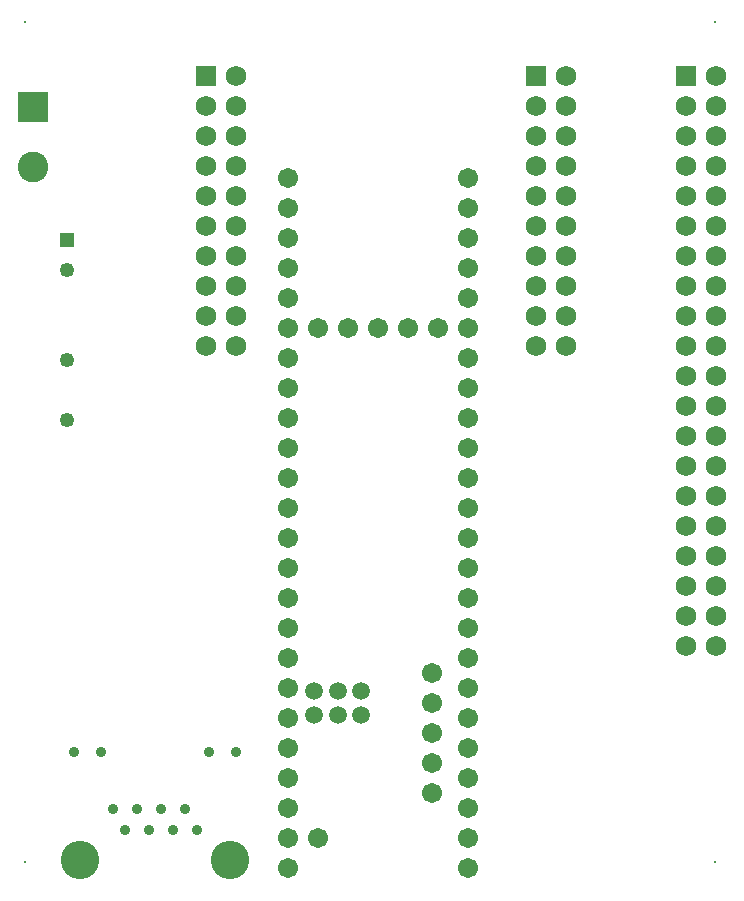
<source format=gbs>
G04*
G04 #@! TF.GenerationSoftware,Altium Limited,Altium Designer,22.10.1 (41)*
G04*
G04 Layer_Color=16711935*
%FSLAX44Y44*%
%MOMM*%
G71*
G04*
G04 #@! TF.SameCoordinates,ED3CD574-296F-4DA1-8CEE-BF2CD4CAFD89*
G04*
G04*
G04 #@! TF.FilePolarity,Negative*
G04*
G01*
G75*
%ADD48C,2.6032*%
%ADD49R,2.6032X2.6032*%
%ADD50C,1.2500*%
%ADD51R,1.2500X1.2500*%
%ADD52C,0.2032*%
%ADD53C,1.7532*%
%ADD54R,1.7532X1.7532*%
%ADD55C,1.5032*%
%ADD56C,1.7032*%
%ADD57C,3.2512*%
%ADD58C,0.9000*%
D48*
X32000Y613600D02*
D03*
D49*
Y664400D02*
D03*
D50*
X60957Y399453D02*
D03*
Y450253D02*
D03*
Y526453D02*
D03*
D51*
Y551853D02*
D03*
D52*
X609600Y736600D02*
D03*
X25400Y25400D02*
D03*
X609600D02*
D03*
X25400Y736600D02*
D03*
D53*
X483000Y690800D02*
D03*
Y665400D02*
D03*
Y640000D02*
D03*
Y614600D02*
D03*
Y589200D02*
D03*
Y563800D02*
D03*
Y538400D02*
D03*
Y513000D02*
D03*
Y487600D02*
D03*
Y462200D02*
D03*
X457600Y665400D02*
D03*
Y640000D02*
D03*
Y614600D02*
D03*
Y589200D02*
D03*
Y563800D02*
D03*
Y538400D02*
D03*
Y513000D02*
D03*
Y487600D02*
D03*
Y462200D02*
D03*
X178200D02*
D03*
Y487600D02*
D03*
Y513000D02*
D03*
Y538400D02*
D03*
Y563800D02*
D03*
Y589200D02*
D03*
Y614600D02*
D03*
Y640000D02*
D03*
Y665400D02*
D03*
X203600Y462200D02*
D03*
Y487600D02*
D03*
Y513000D02*
D03*
Y538400D02*
D03*
Y563800D02*
D03*
Y589200D02*
D03*
Y614600D02*
D03*
Y640000D02*
D03*
Y665400D02*
D03*
Y690800D02*
D03*
X610000D02*
D03*
Y665400D02*
D03*
Y640000D02*
D03*
Y614600D02*
D03*
Y589200D02*
D03*
Y563800D02*
D03*
Y538400D02*
D03*
Y513000D02*
D03*
Y487600D02*
D03*
Y462200D02*
D03*
Y436800D02*
D03*
Y411400D02*
D03*
Y386000D02*
D03*
Y360600D02*
D03*
Y335200D02*
D03*
Y309800D02*
D03*
Y284400D02*
D03*
Y259000D02*
D03*
Y233600D02*
D03*
Y208200D02*
D03*
X584600Y665400D02*
D03*
Y640000D02*
D03*
Y614600D02*
D03*
Y589200D02*
D03*
Y563800D02*
D03*
Y538400D02*
D03*
Y513000D02*
D03*
Y487600D02*
D03*
Y462200D02*
D03*
Y436800D02*
D03*
Y411400D02*
D03*
Y386000D02*
D03*
Y360600D02*
D03*
Y335200D02*
D03*
Y309800D02*
D03*
Y284400D02*
D03*
Y259000D02*
D03*
Y233600D02*
D03*
Y208200D02*
D03*
D54*
X457600Y690800D02*
D03*
X178200D02*
D03*
X584600D02*
D03*
D55*
X270000Y170000D02*
D03*
Y150000D02*
D03*
X290000Y170000D02*
D03*
Y150000D02*
D03*
X310000Y170000D02*
D03*
Y150000D02*
D03*
D56*
X272900Y45700D02*
D03*
X369400Y185400D02*
D03*
Y160000D02*
D03*
Y134600D02*
D03*
Y109200D02*
D03*
Y83800D02*
D03*
X272900Y477500D02*
D03*
X298300D02*
D03*
X323700D02*
D03*
X349100D02*
D03*
X374500D02*
D03*
X247500Y20300D02*
D03*
Y45700D02*
D03*
Y71100D02*
D03*
Y96500D02*
D03*
Y121900D02*
D03*
Y147300D02*
D03*
Y172700D02*
D03*
Y198100D02*
D03*
Y223500D02*
D03*
Y248900D02*
D03*
Y274300D02*
D03*
Y299700D02*
D03*
Y325100D02*
D03*
Y350500D02*
D03*
Y375900D02*
D03*
Y401300D02*
D03*
Y426700D02*
D03*
Y452100D02*
D03*
Y477500D02*
D03*
Y502900D02*
D03*
Y528300D02*
D03*
Y553700D02*
D03*
Y579100D02*
D03*
Y604500D02*
D03*
X399900D02*
D03*
Y579100D02*
D03*
Y553700D02*
D03*
Y528300D02*
D03*
Y502900D02*
D03*
Y477500D02*
D03*
Y452100D02*
D03*
Y426700D02*
D03*
Y401300D02*
D03*
Y375900D02*
D03*
Y350500D02*
D03*
Y325100D02*
D03*
Y299700D02*
D03*
Y274300D02*
D03*
Y248900D02*
D03*
Y223500D02*
D03*
Y198100D02*
D03*
Y172700D02*
D03*
Y147300D02*
D03*
Y121900D02*
D03*
Y96500D02*
D03*
Y71100D02*
D03*
Y45700D02*
D03*
Y20300D02*
D03*
D57*
X198740Y26820D02*
D03*
X71740D02*
D03*
D58*
X66660Y118260D02*
D03*
X89520D02*
D03*
X180960D02*
D03*
X203820D02*
D03*
X99680Y70000D02*
D03*
X109840Y52220D02*
D03*
X120000Y70000D02*
D03*
X130160Y52220D02*
D03*
X140320Y70000D02*
D03*
X150480Y52220D02*
D03*
X160640Y70000D02*
D03*
X170800Y52220D02*
D03*
M02*

</source>
